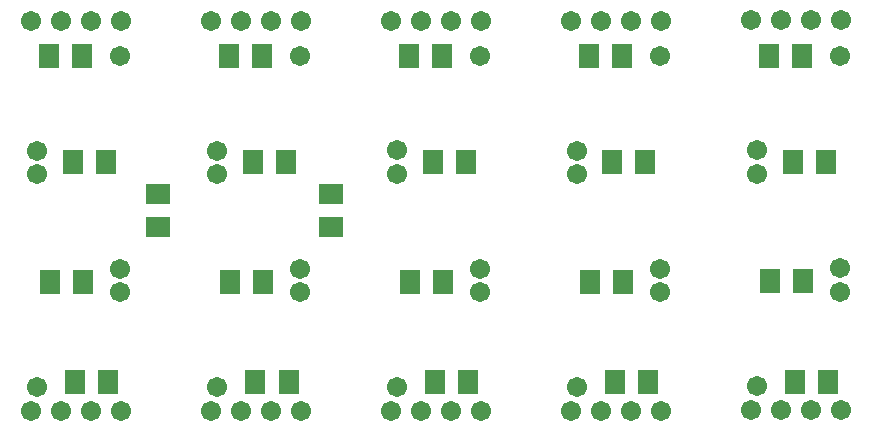
<source format=gbr>
G04 DipTrace 3.3.1.1*
G04 TopMask.gbr*
%MOIN*%
G04 #@! TF.FileFunction,Soldermask,Top*
G04 #@! TF.Part,Single*
%ADD24C,0.067087*%
%ADD26R,0.078898X0.071024*%
%ADD28R,0.071024X0.078898*%
%FSLAX26Y26*%
G04*
G70*
G90*
G75*
G01*
G04 TopMask*
%LPD*%
D28*
X3052829Y1731769D3*
X3163066D3*
X3131570Y1377438D3*
X3241806D3*
X3055891Y979829D3*
X3166127D3*
X3140753Y644289D3*
X3250990D3*
X2452451Y1730354D3*
X2562688D3*
X2531192Y1376024D3*
X2641428D3*
X2455513Y978415D3*
X2565749D3*
X2540375Y642874D3*
X2650612D3*
X1853049Y1730891D3*
X1963285D3*
X1931789Y1376560D3*
X2042025D3*
X1856110Y978951D3*
X1966346D3*
X1940972Y643411D3*
X2051209D3*
X1253486Y1730547D3*
X1363722D3*
X1332226Y1376217D3*
X1442462D3*
X1256547Y978608D3*
X1366783D3*
X1341409Y643067D3*
X1451646D3*
X652938Y1730563D3*
X763175D3*
X731678Y1376232D3*
X841915D3*
X656000Y978623D3*
X766236D3*
X740862Y643083D3*
X851098D3*
D24*
X3013459Y1416808D3*
X3289050Y1731769D3*
X3013459Y1338068D3*
X3289050Y1023108D3*
Y944367D3*
X3013459Y629407D3*
X2413081Y1415394D3*
X2688672Y1730354D3*
X2413081Y1336654D3*
X2688672Y1021693D3*
Y942953D3*
X2413081Y627992D3*
X1813678Y1415930D3*
X2089269Y1730891D3*
X1813678Y1337190D3*
X2089269Y1022230D3*
Y943490D3*
X1813678Y628529D3*
X1214115Y1415587D3*
X1489706Y1730547D3*
X1214115Y1336846D3*
X1489706Y1021886D3*
Y943146D3*
X1214115Y628185D3*
X613568Y1415602D3*
X889159Y1730563D3*
X613568Y1336862D3*
X889159Y1021902D3*
Y943161D3*
X613568Y628201D3*
X592530Y1848654D3*
X1293077Y1848638D3*
X1393077D3*
X1493077D3*
X1293077Y548638D3*
X1393077D3*
X1493077D3*
X1892640Y1848982D3*
X1992640D3*
X2092640D3*
X1892640Y548982D3*
X1992640D3*
X2092640D3*
X2492043Y1848445D3*
X692530Y1848654D3*
X792530D3*
X892530D3*
X1192530D3*
X2592043Y1848445D3*
X2692043D3*
X2492043Y548445D3*
X1792530Y1848654D3*
X2592043Y548445D3*
X2692043D3*
X2392530Y1848654D3*
X592530Y548654D3*
X2992421Y1849860D3*
X3092421D3*
X692530Y548654D3*
X792530D3*
X892530D3*
X1192530D3*
X3192421Y1849860D3*
X3292421D3*
X2992421Y549860D3*
X1792530Y548654D3*
X3092421Y549860D3*
X3192421D3*
X3292421D3*
X2392530Y548654D3*
D26*
X1015428Y1162052D3*
Y1272289D3*
X1593713Y1159255D3*
Y1269491D3*
M02*

</source>
